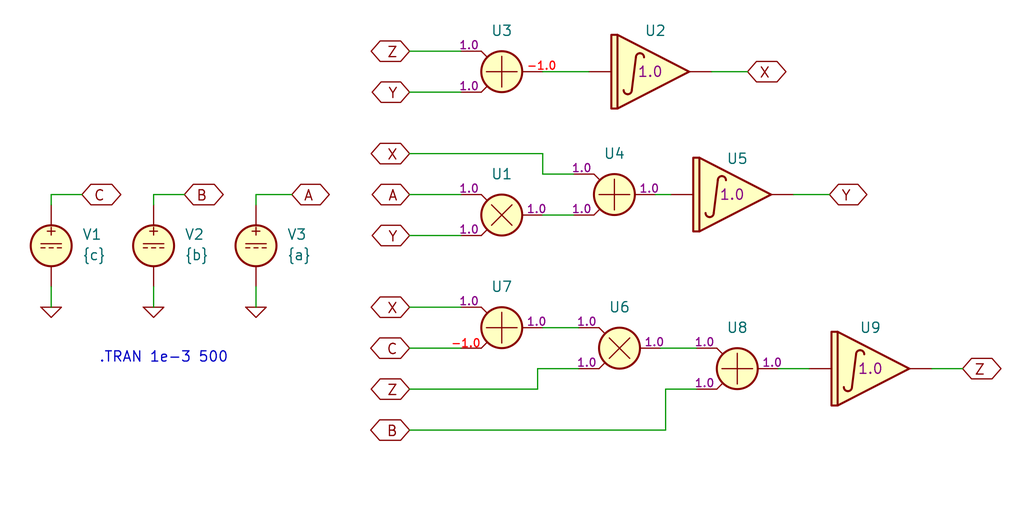
<source format=kicad_sch>
(kicad_sch (version 20250114) (generator "eeschema") (generator_version "9.0")
  (paper "User" 127 63.5)
  (lib_symbols
    (symbol "Simulation_SPICE:0" (power) (pin_numbers (hide yes)) (pin_names (offset 0) (hide yes))
      (property "Value" "0" (at 0 -2.54 0))
      (symbol "0_0_1"
        (polyline (pts (xy -1.27 0) (xy 0 -1.27) (xy 1.27 0) (xy -1.27 0)))
      )
      (symbol "0_1_1"
        (pin power_in line (at 0 0 0) (length 0) (name "~") (number "1"))
      )
    )
    (symbol "Simulation_SPICE:VDC" (pin_numbers (hide yes)) (pin_names (offset 0.0254))
      (property "Reference" "V" (at 2.54 2.54 0))
      (property "Value" "1" (at 2.54 0 0))
      (symbol "VDC_0_0"
        (polyline (pts (xy -1.27 0.254) (xy 1.27 0.254)))
        (polyline (pts (xy -0.762 -0.254) (xy -1.27 -0.254)))
        (polyline (pts (xy 0.254 -0.254) (xy -0.254 -0.254)))
        (polyline (pts (xy 1.27 -0.254) (xy 0.762 -0.254)))
        (text "+" (at 0 1.905 0) (effects (font (size 1.27 1.27))))
      )
      (symbol "VDC_0_1"
        (circle (center 0 0) (radius 2.54) (stroke (width 0.254)) (fill (type background)))
      )
      (symbol "VDC_1_1"
        (pin passive line (at 0 5.08 270) (length 2.54) (name "~") (number "1"))
        (pin passive line (at 0 -5.08 90) (length 2.54) (name "~") (number "2"))
      )
    )
    (symbol "XSPICE-Analog:A_INT" (pin_numbers (hide yes)) (pin_names (offset 0.254)) (in_bom no) (on_board no)
      (property "Reference" "U5" (at 0 6.985 0))
      (property "GAIN" "1.0" (at 0 0 0))
      (property "IC" "1" (at 3.175 -3.81 0) (show_name))
      (symbol "A_INT_0_1"
        (arc (start -2.794 -2.794) (mid -3.1532 -2.6452) (end -3.302 -2.286) (stroke (width 0.254)))
        (arc (start -2.286 -2.286) (mid -2.4348 -2.6452) (end -2.794 -2.794) (stroke (width 0.254)))
        (arc (start -1.778 1.778) (mid -1.6292 2.1372) (end -1.27 2.286) (stroke (width 0.254)))
        (arc (start -1.27 2.286) (mid -0.9108 2.1372) (end -0.762 1.778) (stroke (width 0.254)))
        (polyline (pts (xy 4.826 0) (xy -4.064 4.572) (xy -4.826 4.572) (xy -4.826 -4.572) (xy -4.064 -4.572) (xy 4.826 0)) (stroke (width 0.254)) (fill (type background)))
      )
      (symbol "A_INT_1_1"
        (polyline (pts (xy -4.064 4.572) (xy -4.064 -4.572)) (stroke (width 0.254)))
        (polyline (pts (xy -1.778 1.778) (xy -2.286 -2.286)) (stroke (width 0.254)))
        (pin input line (at -7.62 0 0) (length 2.8) (name "") (number "1"))
        (pin output line (at 7.62 0 180) (length 2.8) (name "~") (number "2"))
      )
    )
    (symbol "XSPICE-Analog:A_MULT_2" (pin_numbers (hide yes)) (pin_names (offset 0.0254)) (in_bom no) (on_board no)
      (property "Reference" "U1" (at 0 5.08 0))
      (property "IN_GAIN_1" "1.0" (at -5.334 3.302 0))
      (property "IN_GAIN_2" "1.0" (at -5.334 -1.778 0))
      (property "OUT_GAIN" "1.0" (at 3.048 0.762 0))
      (symbol "A_MULT_2_0_0"
        (polyline (pts (xy -2.54 2.54) (xy -1.905 1.905)))
        (polyline (pts (xy -2.54 -2.54) (xy -1.905 -1.905)))
      )
      (symbol "A_MULT_2_0_1"
        (polyline (pts (xy -1.27 1.27) (xy 1.27 -1.27)))
        (polyline (pts (xy -1.27 -1.27) (xy 1.27 1.27)))
        (circle (center 0 0) (radius 2.54) (stroke (width 0.254)) (fill (type background)))
      )
      (symbol "A_MULT_2_1_1"
        (pin input line (at -5.08 2.54 0) (length 2.54) (name "") (number "1"))
        (pin input line (at -5.08 -2.54 0) (length 2.54) (name "") (number "2"))
        (pin output line (at 5.08 0 180) (length 2.54) (name "~") (number "3"))
      )
    )
    (symbol "XSPICE-Analog:A_SUMM_2" (pin_numbers (hide yes)) (pin_names (offset 0.0254)) (in_bom no) (on_board no)
      (property "Reference" "U2" (at 0 5.08 0))
      (property "IN_GAIN_1" "1.0" (at -5.334 3.302 0))
      (property "IN_GAIN_2" "1.0" (at -5.334 -1.778 0))
      (property "OUT_GAIN" "1.0" (at 3.048 0.762 0))
      (symbol "A_SUMM_2_0_0"
        (polyline (pts (xy -2.54 2.54) (xy -1.905 1.905)))
        (polyline (pts (xy -2.54 -2.54) (xy -1.905 -1.905)))
      )
      (symbol "A_SUMM_2_0_1"
        (polyline (pts (xy -1.905 0) (xy 1.905 0)))
        (polyline (pts (xy 0 1.905) (xy 0 -1.905)))
        (circle (center 0 0) (radius 2.54) (stroke (width 0.254)) (fill (type background)))
      )
      (symbol "A_SUMM_2_1_1"
        (pin input line (at -5.08 2.54 0) (length 2.54) (name "") (number "1"))
        (pin input line (at -5.08 -2.54 0) (length 2.54) (name "") (number "2"))
        (pin output line (at 5.08 0 180) (length 2.54) (name "~") (number "3"))
      )
    )
  )
  (text ".TRAN 1e-3 500" (at 20.32 44.45 0) (effects (font (size 1.27 1.27))))
  (wire (pts (xy 50.8 11.43) (xy 57.15 11.43)))
  (wire (pts (xy 81.28 24.13) (xy 83.185 24.13)))
  (wire (pts (xy 19.05 24.13) (xy 19.05 25.4)))
  (wire (pts (xy 19.05 35.56) (xy 19.05 38.1)))
  (wire (pts (xy 50.8 43.18) (xy 57.15 43.18)))
  (wire (pts (xy 31.75 24.13) (xy 31.75 25.4)))
  (wire (pts (xy 50.8 24.13) (xy 57.15 24.13)))
  (wire (pts (xy 67.31 26.67) (xy 71.12 26.67)))
  (wire (pts (xy 50.8 19.05) (xy 67.31 19.05)))
  (wire (pts (xy 88.265 8.89) (xy 92.71 8.89)))
  (wire (pts (xy 66.675 48.26) (xy 66.675 45.72)))
  (wire (pts (xy 50.8 29.21) (xy 57.15 29.21)))
  (wire (pts (xy 67.31 8.89) (xy 73.025 8.89)))
  (wire (pts (xy 50.8 48.26) (xy 66.675 48.26)))
  (wire (pts (xy 36.195 24.13) (xy 31.75 24.13)))
  (wire (pts (xy 82.55 53.34) (xy 82.55 48.26)))
  (wire (pts (xy 50.8 53.34) (xy 82.55 53.34)))
  (wire (pts (xy 81.915 43.18) (xy 86.36 43.18)))
  (wire (pts (xy 22.86 24.13) (xy 19.05 24.13)))
  (wire (pts (xy 10.16 24.13) (xy 6.35 24.13)))
  (wire (pts (xy 6.35 24.13) (xy 6.35 25.4)))
  (wire (pts (xy 67.31 21.59) (xy 71.12 21.59)))
  (wire (pts (xy 98.425 24.13) (xy 102.87 24.13)))
  (wire (pts (xy 66.675 45.72) (xy 71.755 45.72)))
  (wire (pts (xy 82.55 48.26) (xy 86.36 48.26)))
  (wire (pts (xy 96.52 45.72) (xy 100.33 45.72)))
  (wire (pts (xy 31.75 35.56) (xy 31.75 38.1)))
  (wire (pts (xy 67.31 19.05) (xy 67.31 21.59)))
  (wire (pts (xy 50.8 38.1) (xy 57.15 38.1)))
  (wire (pts (xy 115.57 45.72) (xy 119.38 45.72)))
  (wire (pts (xy 50.8 6.35) (xy 57.15 6.35)))
  (wire (pts (xy 67.31 40.64) (xy 71.755 40.64)))
  (wire (pts (xy 6.35 35.56) (xy 6.35 38.1)))
  (global_label "C" (shape bidirectional) (at 10.16 24.13 0) (property "Intersheetrefs" "${INTERSHEET_REFS}" (effects (hide yes))))
  (global_label "Z" (shape bidirectional) (at 119.38 45.72 0) (property "Intersheetrefs" "${INTERSHEET_REFS}" (effects (hide yes))))
  (global_label "C" (shape bidirectional) (at 50.8 43.18 180) (property "Intersheetrefs" "${INTERSHEET_REFS}" (effects (hide yes))))
  (global_label "Y" (shape bidirectional) (at 102.87 24.13 0) (property "Intersheetrefs" "${INTERSHEET_REFS}" (effects (hide yes))))
  (global_label "X" (shape bidirectional) (at 50.8 38.1 180) (property "Intersheetrefs" "${INTERSHEET_REFS}" (effects (hide yes))))
  (global_label "Z" (shape bidirectional) (at 50.8 48.26 180) (property "Intersheetrefs" "${INTERSHEET_REFS}" (effects (hide yes))))
  (global_label "A" (shape bidirectional) (at 50.8 24.13 180) (property "Intersheetrefs" "${INTERSHEET_REFS}" (effects (hide yes))))
  (global_label "Z" (shape bidirectional) (at 50.8 6.35 180) (property "Intersheetrefs" "${INTERSHEET_REFS}" (effects (hide yes))))
  (global_label "Y" (shape bidirectional) (at 50.8 11.43 180) (property "Intersheetrefs" "${INTERSHEET_REFS}" (effects (hide yes))))
  (global_label "Y" (shape bidirectional) (at 50.8 29.21 180) (property "Intersheetrefs" "${INTERSHEET_REFS}" (effects (hide yes))))
  (global_label "B" (shape bidirectional) (at 22.86 24.13 0) (property "Intersheetrefs" "${INTERSHEET_REFS}" (effects (hide yes))))
  (global_label "X" (shape bidirectional) (at 50.8 19.05 180) (property "Intersheetrefs" "${INTERSHEET_REFS}" (effects (hide yes))))
  (global_label "B" (shape bidirectional) (at 50.8 53.34 180) (property "Intersheetrefs" "${INTERSHEET_REFS}" (effects (hide yes))))
  (global_label "A" (shape bidirectional) (at 36.195 24.13 0) (property "Intersheetrefs" "${INTERSHEET_REFS}" (effects (hide yes))))
  (global_label "X" (shape bidirectional) (at 92.71 8.89 0) (property "Intersheetrefs" "${INTERSHEET_REFS}" (effects (hide yes))))
  (symbol (lib_id "Simulation_SPICE:0") (at 31.75 38.1 0) (unit 1)
    (property "Reference" "#GND03" (effects (hide yes)))
    (property "Value" "0" (effects (hide yes)))
    (property "Datasheet" "https://ngspice.sourceforge.io/docs/ngspice-html-manual/manual.xhtml#subsec_Circuit_elements__device" (effects (hide yes)))
    (property "Description" "0V reference potential for simulation" (effects (hide yes)))
  )
  (symbol (lib_id "XSPICE-Analog:A_INT") (at 80.645 8.89 0) (unit 1) (in_bom no) (on_board no)
    (property "Reference" "U2" (at 81.28 3.81 0))
    (property "Value" "A_INT" (effects (hide yes)))
    (property "Description" "Integrator" (effects (hide yes)))
    (property "Sim.Pins" "1=in  2=out" (effects (hide yes)))
    (property "Sim.Device" "SUBCKT" (effects (hide yes)))
    (property "Sim.Library" "xspice_analog.sp" (effects (hide yes)))
    (property "Sim.Name" "A_INT" (effects (hide yes)))
    (property "Sim.Params" "in_offset=${OFFSET} out_gain=${GAIN} out_ic=${IC}" (effects (hide yes)))
    (property "GAIN" "1.0" (at 80.645 8.89 0))
    (property "OFFSET" "0.0" (effects (hide yes)))
    (property "IC" "0" (effects (hide yes)))
  )
  (symbol (lib_id "Simulation_SPICE:VDC") (at 19.05 30.48 0) (unit 1)
    (property "Reference" "V2" (at 22.86 29.0801 0) (effects (justify left)))
    (property "Value" "{b}" (at 22.86 31.6201 0) (effects (justify left)))
    (property "Datasheet" "https://ngspice.sourceforge.io/docs/ngspice-html-manual/manual.xhtml#sec_Independent_Sources_for" (effects (hide yes)))
    (property "Description" "Voltage source, DC" (effects (hide yes)))
    (property "Sim.Pins" "1=+ 2=-" (effects (hide yes)))
    (property "Sim.Type" "DC" (effects (hide yes)))
    (property "Sim.Device" "V" (effects (hide yes)))
  )
  (symbol (lib_id "Simulation_SPICE:0") (at 6.35 38.1 0) (unit 1)
    (property "Reference" "#GND01" (effects (hide yes)))
    (property "Value" "0" (effects (hide yes)))
    (property "Datasheet" "https://ngspice.sourceforge.io/docs/ngspice-html-manual/manual.xhtml#subsec_Circuit_elements__device" (effects (hide yes)))
    (property "Description" "0V reference potential for simulation" (effects (hide yes)))
  )
  (symbol (lib_id "XSPICE-Analog:A_MULT_2") (at 62.23 26.67 0) (unit 1) (in_bom no) (on_board no)
    (property "Reference" "U1" (at 62.23 21.59 0))
    (property "Value" "A_MULT_2" (effects (hide yes)))
    (property "Description" "Analog multiplier" (effects (hide yes)))
    (property "Sim.Device" "SUBCKT" (effects (hide yes)))
    (property "Sim.Pins" "1=in1 2=in2 3=out" (effects (hide yes)))
    (property "Sim.Library" "xspice_analog.sp" (effects (hide yes)))
    (property "Sim.Name" "A_MULT_2" (effects (hide yes)))
    (property "Sim.Params" "in1_gain=${IN_GAIN_1} in1_offset=0 in2_gain=${IN_GAIN_2} in2_offset=0 out_gain=${OUT_GAIN} out_offset=0" (effects (hide yes)))
    (property "IN_GAIN_1" "1.0" (at 56.896 23.368 0) (effects (font (size 1 1)) (justify left)))
    (property "IN_GAIN_2" "1.0" (at 56.896 28.448 0) (effects (font (size 1 1)) (justify left)))
    (property "OUT_GAIN" "1.0" (at 65.278 25.908 0) (effects (font (size 1 1)) (justify left)))
    (property "IN_OFFSET_1" "0.0" (effects (hide yes)))
    (property "IN_OFFSET_2" "0.0" (effects (hide yes)))
    (property "OUT_OFFSET" "0.0" (effects (hide yes)))
  )
  (symbol (lib_id "XSPICE-Analog:A_SUMM_2") (at 62.23 40.64 0) (unit 1) (in_bom no) (on_board no)
    (property "Reference" "U7" (at 62.23 35.56 0))
    (property "Value" "A_SUMM_2" (effects (hide yes)))
    (property "Description" "Analog multiplier" (effects (hide yes)))
    (property "Sim.Device" "SUBCKT" (effects (hide yes)))
    (property "Sim.Pins" "1=in1 2=in2 3=out" (effects (hide yes)))
    (property "Sim.Library" "xspice_analog.sp" (effects (hide yes)))
    (property "Sim.Name" "A_SUMM_2" (effects (hide yes)))
    (property "Sim.Params" "in1_gain=${IN_GAIN_1} in1_offset=0 in2_gain=${IN_GAIN_2} in2_offset=0 out_gain=${OUT_GAIN} out_offset=0" (effects (hide yes)))
    (property "IN_GAIN_1" "1.0" (at 56.896 37.338 0) (effects (font (size 1 1)) (justify left)))
    (property "IN_GAIN_2" "-1.0" (at 55.88 42.545 0) (effects (font (size 1 1)) (justify left)))
    (property "OUT_GAIN" "1.0" (at 65.278 39.878 0) (effects (font (size 1 1)) (justify left)))
    (property "IN_OFFSET_1" "0.0" (effects (hide yes)))
    (property "IN_OFFSET_2" "0.0" (effects (hide yes)))
    (property "OUT_OFFSET" "0.0" (effects (hide yes)))
  )
  (symbol (lib_id "XSPICE-Analog:A_INT") (at 107.95 45.72 0) (unit 1) (in_bom no) (on_board no)
    (property "Reference" "U9" (at 107.95 40.64 0))
    (property "Value" "A_INT" (effects (hide yes)))
    (property "Description" "Integrator" (effects (hide yes)))
    (property "Sim.Pins" "1=in  2=out" (effects (hide yes)))
    (property "Sim.Device" "SUBCKT" (effects (hide yes)))
    (property "Sim.Library" "xspice_analog.sp" (effects (hide yes)))
    (property "Sim.Name" "A_INT" (effects (hide yes)))
    (property "Sim.Params" "in_offset=${OFFSET} out_gain=${GAIN} out_ic=${IC}" (effects (hide yes)))
    (property "GAIN" "1.0" (at 107.95 45.72 0))
    (property "OFFSET" "0.0" (effects (hide yes)))
    (property "IC" "0" (effects (hide yes)))
  )
  (symbol (lib_id "Simulation_SPICE:VDC") (at 31.75 30.48 0) (unit 1)
    (property "Reference" "V3" (at 35.56 29.0801 0) (effects (justify left)))
    (property "Value" "{a}" (at 35.56 31.6201 0) (effects (justify left)))
    (property "Datasheet" "https://ngspice.sourceforge.io/docs/ngspice-html-manual/manual.xhtml#sec_Independent_Sources_for" (effects (hide yes)))
    (property "Description" "Voltage source, DC" (effects (hide yes)))
    (property "Sim.Pins" "1=+ 2=-" (effects (hide yes)))
    (property "Sim.Type" "DC" (effects (hide yes)))
    (property "Sim.Device" "V" (effects (hide yes)))
  )
  (symbol (lib_id "Simulation_SPICE:VDC") (at 6.35 30.48 0) (unit 1)
    (property "Reference" "V1" (at 10.16 29.0801 0) (effects (justify left)))
    (property "Value" "{c}" (at 10.16 31.6201 0) (effects (justify left)))
    (property "Datasheet" "https://ngspice.sourceforge.io/docs/ngspice-html-manual/manual.xhtml#sec_Independent_Sources_for" (effects (hide yes)))
    (property "Description" "Voltage source, DC" (effects (hide yes)))
    (property "Sim.Pins" "1=+ 2=-" (effects (hide yes)))
    (property "Sim.Type" "DC" (effects (hide yes)))
    (property "Sim.Device" "V" (effects (hide yes)))
  )
  (symbol (lib_id "XSPICE-Analog:A_SUMM_2") (at 62.23 8.89 0) (unit 1) (in_bom no) (on_board no)
    (property "Reference" "U3" (at 62.23 3.81 0))
    (property "Value" "A_SUMM_2" (effects (hide yes)))
    (property "Description" "Analog multiplier" (effects (hide yes)))
    (property "Sim.Device" "SUBCKT" (effects (hide yes)))
    (property "Sim.Pins" "1=in1 2=in2 3=out" (effects (hide yes)))
    (property "Sim.Library" "xspice_analog.sp" (effects (hide yes)))
    (property "Sim.Name" "A_SUMM_2" (effects (hide yes)))
    (property "Sim.Params" "in1_gain=${IN_GAIN_1} in1_offset=0 in2_gain=${IN_GAIN_2} in2_offset=0 out_gain=${OUT_GAIN} out_offset=0" (effects (hide yes)))
    (property "IN_GAIN_1" "1.0" (at 56.896 5.588 0) (effects (font (size 1 1)) (justify left)))
    (property "IN_GAIN_2" "1.0" (at 56.896 10.668 0) (effects (font (size 1 1)) (justify left)))
    (property "OUT_GAIN" "-1.0" (at 65.278 8.128 0) (effects (font (size 1 1)) (justify left)))
    (property "IN_OFFSET_1" "0.0" (effects (hide yes)))
    (property "IN_OFFSET_2" "0.0" (effects (hide yes)))
    (property "OUT_OFFSET" "0.0" (effects (hide yes)))
  )
  (symbol (lib_id "XSPICE-Analog:A_SUMM_2") (at 91.44 45.72 0) (unit 1) (in_bom no) (on_board no)
    (property "Reference" "U8" (at 91.44 40.64 0))
    (property "Value" "A_SUMM_2" (effects (hide yes)))
    (property "Description" "Analog multiplier" (effects (hide yes)))
    (property "Sim.Device" "SUBCKT" (effects (hide yes)))
    (property "Sim.Pins" "1=in1 2=in2 3=out" (effects (hide yes)))
    (property "Sim.Library" "xspice_analog.sp" (effects (hide yes)))
    (property "Sim.Name" "A_SUMM_2" (effects (hide yes)))
    (property "Sim.Params" "in1_gain=${IN_GAIN_1} in1_offset=0 in2_gain=${IN_GAIN_2} in2_offset=0 out_gain=${OUT_GAIN} out_offset=0" (effects (hide yes)))
    (property "IN_GAIN_1" "1.0" (at 86.106 42.418 0) (effects (font (size 1 1)) (justify left)))
    (property "IN_GAIN_2" "1.0" (at 86.106 47.498 0) (effects (font (size 1 1)) (justify left)))
    (property "OUT_GAIN" "1.0" (at 94.488 44.958 0) (effects (font (size 1 1)) (justify left)))
    (property "IN_OFFSET_1" "0.0" (effects (hide yes)))
    (property "IN_OFFSET_2" "0.0" (effects (hide yes)))
    (property "OUT_OFFSET" "0.0" (effects (hide yes)))
  )
  (symbol (lib_id "XSPICE-Analog:A_SUMM_2") (at 76.2 24.13 0) (unit 1) (in_bom no) (on_board no)
    (property "Reference" "U4" (at 76.2 19.05 0))
    (property "Value" "A_SUMM_2" (effects (hide yes)))
    (property "Description" "Analog multiplier" (effects (hide yes)))
    (property "Sim.Device" "SUBCKT" (effects (hide yes)))
    (property "Sim.Pins" "1=in1 2=in2 3=out" (effects (hide yes)))
    (property "Sim.Library" "xspice_analog.sp" (effects (hide yes)))
    (property "Sim.Name" "A_SUMM_2" (effects (hide yes)))
    (property "Sim.Params" "in1_gain=${IN_GAIN_1} in1_offset=0 in2_gain=${IN_GAIN_2} in2_offset=0 out_gain=${OUT_GAIN} out_offset=0" (effects (hide yes)))
    (property "IN_GAIN_1" "1.0" (at 70.866 20.828 0) (effects (font (size 1 1)) (justify left)))
    (property "IN_GAIN_2" "1.0" (at 70.866 25.908 0) (effects (font (size 1 1)) (justify left)))
    (property "OUT_GAIN" "1.0" (at 79.248 23.368 0) (effects (font (size 1 1)) (justify left)))
    (property "IN_OFFSET_1" "0.0" (effects (hide yes)))
    (property "IN_OFFSET_2" "0.0" (effects (hide yes)))
    (property "OUT_OFFSET" "0.0" (effects (hide yes)))
  )
  (symbol (lib_id "XSPICE-Analog:A_INT") (at 90.805 24.13 0) (unit 1) (in_bom no) (on_board no)
    (property "Reference" "U5" (at 91.44 19.685 0))
    (property "Value" "A_INT" (effects (hide yes)))
    (property "Description" "Integrator" (effects (hide yes)))
    (property "Sim.Pins" "1=in  2=out" (effects (hide yes)))
    (property "Sim.Device" "SUBCKT" (effects (hide yes)))
    (property "Sim.Library" "xspice_analog.sp" (effects (hide yes)))
    (property "Sim.Name" "A_INT" (effects (hide yes)))
    (property "Sim.Params" "in_offset=${OFFSET} out_gain=${GAIN} out_ic=${IC}" (effects (hide yes)))
    (property "GAIN" "1.0" (at 90.805 24.13 0))
    (property "OFFSET" "0.0" (effects (hide yes)))
    (property "IC" "0" (effects (hide yes)))
  )
  (symbol (lib_id "Simulation_SPICE:0") (at 19.05 38.1 0) (unit 1)
    (property "Reference" "#GND02" (effects (hide yes)))
    (property "Value" "0" (effects (hide yes)))
    (property "Datasheet" "https://ngspice.sourceforge.io/docs/ngspice-html-manual/manual.xhtml#subsec_Circuit_elements__device" (effects (hide yes)))
    (property "Description" "0V reference potential for simulation" (effects (hide yes)))
  )
  (symbol (lib_id "XSPICE-Analog:A_MULT_2") (at 76.835 43.18 0) (unit 1) (in_bom no) (on_board no)
    (property "Reference" "U6" (at 76.835 38.1 0))
    (property "Value" "A_MULT_2" (effects (hide yes)))
    (property "Description" "Analog multiplier" (effects (hide yes)))
    (property "Sim.Device" "SUBCKT" (effects (hide yes)))
    (property "Sim.Pins" "1=in1 2=in2 3=out" (effects (hide yes)))
    (property "Sim.Library" "xspice_analog.sp" (effects (hide yes)))
    (property "Sim.Name" "A_MULT_2" (effects (hide yes)))
    (property "Sim.Params" "in1_gain=${IN_GAIN_1} in1_offset=0 in2_gain=${IN_GAIN_2} in2_offset=0 out_gain=${OUT_GAIN} out_offset=0" (effects (hide yes)))
    (property "IN_GAIN_1" "1.0" (at 71.501 39.878 0) (effects (font (size 1 1)) (justify left)))
    (property "IN_GAIN_2" "1.0" (at 71.501 44.958 0) (effects (font (size 1 1)) (justify left)))
    (property "OUT_GAIN" "1.0" (at 79.883 42.418 0) (effects (font (size 1 1)) (justify left)))
    (property "IN_OFFSET_1" "0.0" (effects (hide yes)))
    (property "IN_OFFSET_2" "0.0" (effects (hide yes)))
    (property "OUT_OFFSET" "0.0" (effects (hide yes)))
  )
)
</source>
